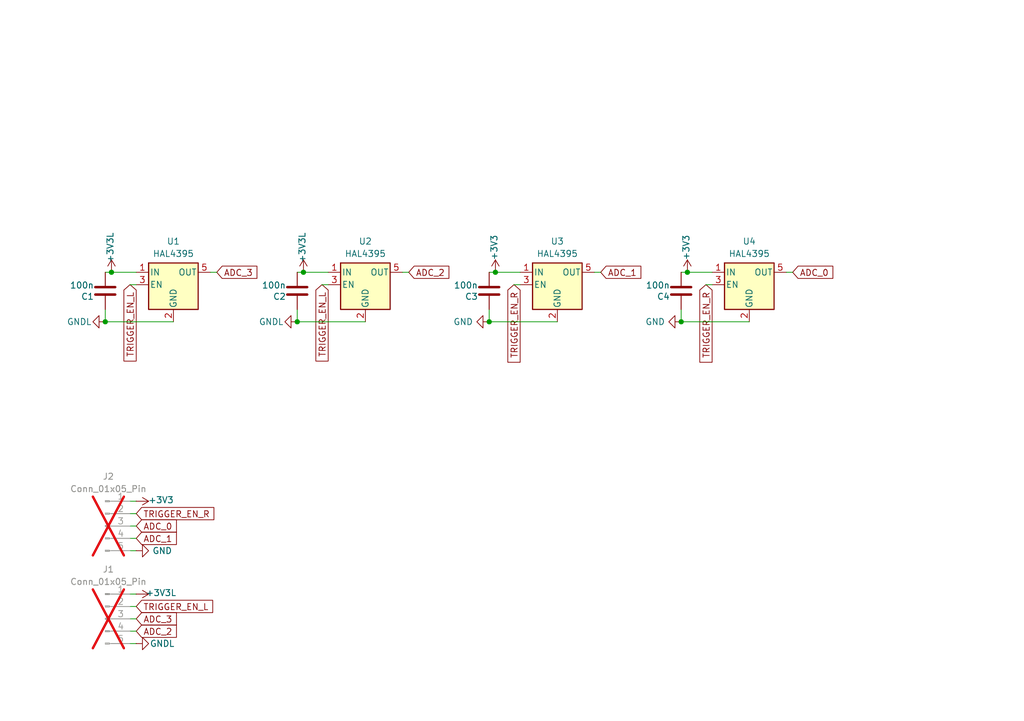
<source format=kicad_sch>
(kicad_sch (version 20250114) (generator "eeschema") (generator_version "9.0")
  (paper "A5")
  (title_block (title "ProGCC 4 Trigger Module") (date "2025-05-17") (company "Hand Held Legend, LLC"))
  (lib_symbols
    (symbol "Connector:Conn_01x05_Pin" (pin_names (offset 1.016) (hide yes))
      (property "Reference" "J" (at 0 7.62 0))
      (property "Value" "Conn_01x05_Pin" (at 0 -7.62 0))
      (symbol "Conn_01x05_Pin_1_1"
        (rectangle (start 0.8636 5.207) (end 0 4.953) (stroke (width 0.1524)) (fill (type outline)))
        (rectangle (start 0.8636 2.667) (end 0 2.413) (stroke (width 0.1524)) (fill (type outline)))
        (rectangle (start 0.8636 0.127) (end 0 -0.127) (stroke (width 0.1524)) (fill (type outline)))
        (rectangle (start 0.8636 -2.413) (end 0 -2.667) (stroke (width 0.1524)) (fill (type outline)))
        (rectangle (start 0.8636 -4.953) (end 0 -5.207) (stroke (width 0.1524)) (fill (type outline)))
        (polyline (pts (xy 1.27 5.08) (xy 0.8636 5.08)) (stroke (width 0.1524)))
        (polyline (pts (xy 1.27 2.54) (xy 0.8636 2.54)) (stroke (width 0.1524)))
        (polyline (pts (xy 1.27 0) (xy 0.8636 0)) (stroke (width 0.1524)))
        (polyline (pts (xy 1.27 -2.54) (xy 0.8636 -2.54)) (stroke (width 0.1524)))
        (polyline (pts (xy 1.27 -5.08) (xy 0.8636 -5.08)) (stroke (width 0.1524)))
        (pin passive line (at 5.08 5.08 180) (length 3.81) (name "Pin_1") (number "1"))
        (pin passive line (at 5.08 2.54 180) (length 3.81) (name "Pin_2") (number "2"))
        (pin passive line (at 5.08 0 180) (length 3.81) (name "Pin_3") (number "3"))
        (pin passive line (at 5.08 -2.54 180) (length 3.81) (name "Pin_4") (number "4"))
        (pin passive line (at 5.08 -5.08 180) (length 3.81) (name "Pin_5") (number "5"))
      )
    )
    (symbol "Device:C" (pin_numbers (hide yes)) (pin_names (offset 0.254))
      (property "Reference" "C" (at 0.635 2.54 0))
      (property "Value" "C" (at 0.635 -2.54 0))
      (symbol "C_0_1"
        (polyline (pts (xy -2.032 0.762) (xy 2.032 0.762)) (stroke (width 0.508)))
        (polyline (pts (xy -2.032 -0.762) (xy 2.032 -0.762)) (stroke (width 0.508)))
      )
      (symbol "C_1_1"
        (pin passive line (at 0 3.81 270) (length 2.794) (name "~") (number "1"))
        (pin passive line (at 0 -3.81 90) (length 2.794) (name "~") (number "2"))
      )
    )
    (symbol "hhl:HAL4395SO5" (pin_names (offset 0.254))
      (property "Reference" "U1" (at 0 7.62 0))
      (property "Value" "HAL4395" (at 0 5.08 0))
      (symbol "HAL4395SO5_0_1"
        (rectangle (start -5.08 4.445) (end 5.08 -5.08) (stroke (width 0.254)) (fill (type background)))
      )
      (symbol "HAL4395SO5_1_1"
        (pin power_in line (at -7.62 2.54 0) (length 2.54) (name "IN") (number "1"))
        (pin input line (at -7.62 0 0) (length 2.54) (name "EN") (number "3"))
        (pin power_in line (at 0 -7.62 90) (length 2.54) (name "GND") (number "2"))
        (pin no_connect line (at 5.08 0 180) (length 2.54) (hide yes) (name "NC") (number "4"))
        (pin power_out line (at 7.62 2.54 180) (length 2.54) (name "OUT") (number "5"))
      )
    )
    (symbol "power:+3V3" (power) (pin_numbers (hide yes)) (pin_names (offset 0) (hide yes))
      (property "Value" "+3V3" (at 0 3.556 0))
      (symbol "+3V3_0_1"
        (polyline (pts (xy -0.762 1.27) (xy 0 2.54)))
        (polyline (pts (xy 0 2.54) (xy 0.762 1.27)))
        (polyline (pts (xy 0 0) (xy 0 2.54)))
      )
      (symbol "+3V3_1_1"
        (pin power_in line (at 0 0 90) (length 0) (name "~") (number "1"))
      )
    )
    (symbol "power:GND" (power) (pin_numbers (hide yes)) (pin_names (offset 0) (hide yes))
      (property "Value" "GND" (at 0 -3.81 0))
      (symbol "GND_0_1"
        (polyline (pts (xy 0 0) (xy 0 -1.27) (xy 1.27 -1.27) (xy 0 -2.54) (xy -1.27 -1.27) (xy 0 -1.27)))
      )
      (symbol "GND_1_1"
        (pin power_in line (at 0 0 270) (length 0) (name "~") (number "1"))
      )
    )
  )
  (junction (at 62.23 55.88))
  (junction (at 100.33 66.04))
  (junction (at 22.86 55.88))
  (junction (at 101.6 55.88))
  (junction (at 60.96 66.04))
  (junction (at 21.59 66.04))
  (junction (at 139.7 66.04))
  (junction (at 140.97 55.88))
  (wire (pts (xy 62.23 55.88) (xy 67.31 55.88)))
  (wire (pts (xy 21.59 66.04) (xy 35.56 66.04)))
  (wire (pts (xy 60.96 55.88) (xy 62.23 55.88)))
  (wire (pts (xy 27.94 129.54) (xy 26.67 129.54)))
  (wire (pts (xy 105.41 58.42) (xy 106.68 58.42)))
  (wire (pts (xy 27.94 121.92) (xy 26.67 121.92)))
  (wire (pts (xy 139.7 66.04) (xy 153.67 66.04)))
  (wire (pts (xy 27.94 110.49) (xy 26.67 110.49)))
  (wire (pts (xy 140.97 55.88) (xy 146.05 55.88)))
  (wire (pts (xy 27.94 127) (xy 26.67 127)))
  (wire (pts (xy 27.94 105.41) (xy 26.67 105.41)))
  (wire (pts (xy 44.45 55.88) (xy 43.18 55.88)))
  (wire (pts (xy 101.6 55.88) (xy 106.68 55.88)))
  (wire (pts (xy 27.94 113.03) (xy 26.67 113.03)))
  (wire (pts (xy 27.94 124.46) (xy 26.67 124.46)))
  (wire (pts (xy 100.33 55.88) (xy 101.6 55.88)))
  (wire (pts (xy 144.78 58.42) (xy 146.05 58.42)))
  (wire (pts (xy 26.67 58.42) (xy 27.94 58.42)))
  (wire (pts (xy 60.96 63.5) (xy 60.96 66.04)))
  (wire (pts (xy 139.7 63.5) (xy 139.7 66.04)))
  (wire (pts (xy 21.59 55.88) (xy 22.86 55.88)))
  (wire (pts (xy 22.86 55.88) (xy 27.94 55.88)))
  (wire (pts (xy 123.19 55.88) (xy 121.92 55.88)))
  (wire (pts (xy 83.82 55.88) (xy 82.55 55.88)))
  (wire (pts (xy 27.94 102.87) (xy 26.67 102.87)))
  (wire (pts (xy 60.96 66.04) (xy 74.93 66.04)))
  (wire (pts (xy 27.94 132.08) (xy 26.67 132.08)))
  (wire (pts (xy 21.59 63.5) (xy 21.59 66.04)))
  (wire (pts (xy 139.7 55.88) (xy 140.97 55.88)))
  (wire (pts (xy 66.04 58.42) (xy 67.31 58.42)))
  (wire (pts (xy 162.56 55.88) (xy 161.29 55.88)))
  (wire (pts (xy 100.33 66.04) (xy 114.3 66.04)))
  (wire (pts (xy 27.94 107.95) (xy 26.67 107.95)))
  (wire (pts (xy 100.33 63.5) (xy 100.33 66.04)))
  (global_label "ADC_1" (shape input) (at 123.19 55.88 0) (property "Intersheetrefs" "${INTERSHEET_REFS}" (effects (hide yes))))
  (global_label "ADC_1" (shape input) (at 27.94 110.49 0) (property "Intersheetrefs" "${INTERSHEET_REFS}" (effects (hide yes))))
  (global_label "ADC_2" (shape input) (at 83.82 55.88 0) (property "Intersheetrefs" "${INTERSHEET_REFS}" (effects (hide yes))))
  (global_label "ADC_3" (shape input) (at 44.45 55.88 0) (property "Intersheetrefs" "${INTERSHEET_REFS}" (effects (hide yes))))
  (global_label "TRIGGER_EN_R" (shape input) (at 105.41 58.42 270) (property "Intersheetrefs" "${INTERSHEET_REFS}" (effects (hide yes))))
  (global_label "ADC_0" (shape input) (at 162.56 55.88 0) (property "Intersheetrefs" "${INTERSHEET_REFS}" (effects (hide yes))))
  (global_label "TRIGGER_EN_R" (shape input) (at 27.94 105.41 0) (property "Intersheetrefs" "${INTERSHEET_REFS}" (effects (hide yes))))
  (global_label "TRIGGER_EN_L" (shape input) (at 66.04 58.42 270) (property "Intersheetrefs" "${INTERSHEET_REFS}" (effects (hide yes))))
  (global_label "TRIGGER_EN_R" (shape input) (at 144.78 58.42 270) (property "Intersheetrefs" "${INTERSHEET_REFS}" (effects (hide yes))))
  (global_label "ADC_2" (shape input) (at 27.94 129.54 0) (property "Intersheetrefs" "${INTERSHEET_REFS}" (effects (hide yes))))
  (global_label "TRIGGER_EN_L" (shape input) (at 26.67 58.42 270) (property "Intersheetrefs" "${INTERSHEET_REFS}" (effects (hide yes))))
  (global_label "ADC_3" (shape input) (at 27.94 127 0) (property "Intersheetrefs" "${INTERSHEET_REFS}" (effects (hide yes))))
  (global_label "ADC_0" (shape input) (at 27.94 107.95 0) (property "Intersheetrefs" "${INTERSHEET_REFS}" (effects (hide yes))))
  (global_label "TRIGGER_EN_L" (shape input) (at 27.94 124.46 0) (property "Intersheetrefs" "${INTERSHEET_REFS}" (effects (hide yes))))
  (symbol (lib_id "Connector:Conn_01x05_Pin") (at 21.59 127 0) (unit 1) (dnp yes)
    (property "Reference" "J1" (at 22.225 116.84 0))
    (property "Value" "Conn_01x05_Pin" (at 22.225 119.38 0))
    (property "Footprint" "hhl:505110-0592 Ribbon" (effects (hide yes)))
    (property "Description" "Generic connector, single row, 01x05, script generated" (effects (hide yes)))
  )
  (symbol (lib_id "power:GND") (at 60.96 66.04 270) (unit 1)
    (property "Reference" "#PWR08" (effects (hide yes)))
    (property "Value" "GNDL" (at 55.626 66.04 90))
    (property "Description" "Power symbol creates a global label with name \"GND\" , ground" (effects (hide yes)))
  )
  (symbol (lib_id "Device:C") (at 21.59 59.69 180) (unit 1)
    (property "Reference" "C1" (at 19.304 60.8584 0) (effects (justify left)))
    (property "Value" "100n" (at 19.304 58.547 0) (effects (justify left)))
    (property "Footprint" "Capacitor_SMD:C_0201_0603Metric" (effects (hide yes)))
    (property "LCSC" "C76934" (effects (hide yes)))
    (property "MPN" "GRM033R61A104KE15D" (effects (hide yes)))
    (property "Manufacturer" "muRata" (effects (hide yes)))
  )
  (symbol (lib_id "hhl:HAL4395SO5") (at 74.93 58.42 0) (unit 1)
    (property "Reference" "U2" (at 74.93 49.53 0))
    (property "Value" "HAL4395" (at 74.93 52.07 0))
    (property "Footprint" "Package_TO_SOT_SMD:SOT-23-5" (effects (hide yes)))
    (property "Datasheet" "https://www.lcsc.com/datasheet/C49165022.pdf" (effects (hide yes)))
    (property "Description" "SOT-23-5L Linear, Compass (ICs) ROHS" (effects (hide yes)))
    (property "LCSC" "C49165022" (effects (hide yes)))
    (property "MPN" "HAL4395SO5" (effects (hide yes)))
    (property "Manufacturer" "Hallwee" (effects (hide yes)))
  )
  (symbol (lib_id "hhl:HAL4395SO5") (at 114.3 58.42 0) (unit 1)
    (property "Reference" "U3" (at 114.3 49.53 0))
    (property "Value" "HAL4395" (at 114.3 52.07 0))
    (property "Footprint" "Package_TO_SOT_SMD:SOT-23-5" (effects (hide yes)))
    (property "Datasheet" "https://www.lcsc.com/datasheet/C49165022.pdf" (effects (hide yes)))
    (property "Description" "SOT-23-5L Linear, Compass (ICs) ROHS" (effects (hide yes)))
    (property "LCSC" "C49165022" (effects (hide yes)))
    (property "MPN" "HAL4395SO5" (effects (hide yes)))
    (property "Manufacturer" "Hallwee" (effects (hide yes)))
  )
  (symbol (lib_id "Device:C") (at 139.7 59.69 180) (unit 1)
    (property "Reference" "C4" (at 137.414 60.8584 0) (effects (justify left)))
    (property "Value" "100n" (at 137.414 58.547 0) (effects (justify left)))
    (property "Footprint" "Capacitor_SMD:C_0201_0603Metric" (effects (hide yes)))
    (property "LCSC" "C76934" (effects (hide yes)))
    (property "MPN" "GRM033R61A104KE15D" (effects (hide yes)))
    (property "Manufacturer" "muRata" (effects (hide yes)))
  )
  (symbol (lib_id "Connector:Conn_01x05_Pin") (at 21.59 107.95 0) (unit 1) (dnp yes)
    (property "Reference" "J2" (at 22.225 97.79 0))
    (property "Value" "Conn_01x05_Pin" (at 22.225 100.33 0))
    (property "Footprint" "hhl:505110-0592 Ribbon" (effects (hide yes)))
    (property "Description" "Generic connector, single row, 01x05, script generated" (effects (hide yes)))
  )
  (symbol (lib_id "power:GND") (at 100.33 66.04 270) (unit 1)
    (property "Reference" "#PWR09" (effects (hide yes)))
    (property "Value" "GND" (at 94.996 66.04 90))
    (property "Description" "Power symbol creates a global label with name \"GND\" , ground" (effects (hide yes)))
  )
  (symbol (lib_id "power:GND") (at 27.94 132.08 90) (unit 1)
    (property "Reference" "#PWR07" (effects (hide yes)))
    (property "Value" "GNDL" (at 33.274 132.08 90))
    (property "Description" "Power symbol creates a global label with name \"GND\" , ground" (effects (hide yes)))
  )
  (symbol (lib_id "power:GND") (at 139.7 66.04 270) (unit 1)
    (property "Reference" "#PWR011" (effects (hide yes)))
    (property "Value" "GND" (at 134.366 66.04 90))
    (property "Description" "Power symbol creates a global label with name \"GND\" , ground" (effects (hide yes)))
  )
  (symbol (lib_id "power:+3V3") (at 27.94 102.87 270) (unit 1)
    (property "Reference" "#PWR05" (effects (hide yes)))
    (property "Value" "+3V3" (at 33.02 102.616 90))
    (property "Description" "Power symbol creates a global label with name \"+3V3\"" (effects (hide yes)))
  )
  (symbol (lib_id "power:+3V3") (at 62.23 55.88 0) (unit 1)
    (property "Reference" "#PWR012" (effects (hide yes)))
    (property "Value" "+3V3L" (at 61.976 50.8 90))
    (property "Description" "Power symbol creates a global label with name \"+3V3\"" (effects (hide yes)))
  )
  (symbol (lib_id "Device:C") (at 100.33 59.69 180) (unit 1)
    (property "Reference" "C3" (at 98.044 60.8584 0) (effects (justify left)))
    (property "Value" "100n" (at 98.044 58.547 0) (effects (justify left)))
    (property "Footprint" "Capacitor_SMD:C_0201_0603Metric" (effects (hide yes)))
    (property "LCSC" "C76934" (effects (hide yes)))
    (property "MPN" "GRM033R61A104KE15D" (effects (hide yes)))
    (property "Manufacturer" "muRata" (effects (hide yes)))
  )
  (symbol (lib_id "Device:C") (at 60.96 59.69 180) (unit 1)
    (property "Reference" "C2" (at 58.674 60.8584 0) (effects (justify left)))
    (property "Value" "100n" (at 58.674 58.547 0) (effects (justify left)))
    (property "Footprint" "Capacitor_SMD:C_0201_0603Metric" (effects (hide yes)))
    (property "LCSC" "C76934" (effects (hide yes)))
    (property "MPN" "GRM033R61A104KE15D" (effects (hide yes)))
    (property "Manufacturer" "muRata" (effects (hide yes)))
  )
  (symbol (lib_id "power:+3V3") (at 140.97 55.88 0) (unit 1)
    (property "Reference" "#PWR02" (effects (hide yes)))
    (property "Value" "+3V3" (at 140.716 50.8 90))
    (property "Description" "Power symbol creates a global label with name \"+3V3\"" (effects (hide yes)))
  )
  (symbol (lib_id "power:+3V3") (at 27.94 121.92 270) (unit 1)
    (property "Reference" "#PWR06" (effects (hide yes)))
    (property "Value" "+3V3L" (at 33.02 121.666 90))
    (property "Description" "Power symbol creates a global label with name \"+3V3\"" (effects (hide yes)))
  )
  (symbol (lib_id "power:GND") (at 27.94 113.03 90) (unit 1)
    (property "Reference" "#PWR04" (effects (hide yes)))
    (property "Value" "GND" (at 33.274 113.03 90))
    (property "Description" "Power symbol creates a global label with name \"GND\" , ground" (effects (hide yes)))
  )
  (symbol (lib_id "hhl:HAL4395SO5") (at 35.56 58.42 0) (unit 1)
    (property "Reference" "U1" (at 35.56 49.53 0))
    (property "Value" "HAL4395" (at 35.56 52.07 0))
    (property "Footprint" "Package_TO_SOT_SMD:SOT-23-5" (effects (hide yes)))
    (property "Datasheet" "https://www.lcsc.com/datasheet/C49165022.pdf" (effects (hide yes)))
    (property "Description" "SOT-23-5L Linear, Compass (ICs) ROHS" (effects (hide yes)))
    (property "LCSC" "C49165022" (effects (hide yes)))
    (property "MPN" "HAL4395SO5" (effects (hide yes)))
    (property "Manufacturer" "Hallwee" (effects (hide yes)))
  )
  (symbol (lib_id "hhl:HAL4395SO5") (at 153.67 58.42 0) (unit 1)
    (property "Reference" "U4" (at 153.67 49.53 0))
    (property "Value" "HAL4395" (at 153.67 52.07 0))
    (property "Footprint" "Package_TO_SOT_SMD:SOT-23-5" (effects (hide yes)))
    (property "Datasheet" "https://www.lcsc.com/datasheet/C49165022.pdf" (effects (hide yes)))
    (property "Description" "SOT-23-5L Linear, Compass (ICs) ROHS" (effects (hide yes)))
    (property "LCSC" "C49165022" (effects (hide yes)))
    (property "MPN" "HAL4395SO5" (effects (hide yes)))
    (property "Manufacturer" "Hallwee" (effects (hide yes)))
  )
  (symbol (lib_id "power:GND") (at 21.59 66.04 270) (unit 1)
    (property "Reference" "#PWR03" (effects (hide yes)))
    (property "Value" "GNDL" (at 16.256 66.04 90))
    (property "Description" "Power symbol creates a global label with name \"GND\" , ground" (effects (hide yes)))
  )
  (symbol (lib_id "power:+3V3") (at 22.86 55.88 0) (unit 1)
    (property "Reference" "#PWR010" (effects (hide yes)))
    (property "Value" "+3V3L" (at 22.606 50.8 90))
    (property "Description" "Power symbol creates a global label with name \"+3V3\"" (effects (hide yes)))
  )
  (symbol (lib_id "power:+3V3") (at 101.6 55.88 0) (unit 1)
    (property "Reference" "#PWR01" (effects (hide yes)))
    (property "Value" "+3V3" (at 101.346 50.8 90))
    (property "Description" "Power symbol creates a global label with name \"+3V3\"" (effects (hide yes)))
  )
)
</source>
